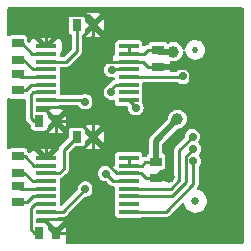
<source format=gbr>
%TF.GenerationSoftware,KiCad,Pcbnew,7.0.5*%
%TF.CreationDate,2023-06-07T11:30:43+03:00*%
%TF.ProjectId,RS232-2__1,52533233-322d-4325-9fb1-312e6b696361,rev?*%
%TF.SameCoordinates,Original*%
%TF.FileFunction,Copper,L1,Top*%
%TF.FilePolarity,Positive*%
%FSLAX46Y46*%
G04 Gerber Fmt 4.6, Leading zero omitted, Abs format (unit mm)*
G04 Created by KiCad (PCBNEW 7.0.5) date 2023-06-07 11:30:43*
%MOMM*%
%LPD*%
G01*
G04 APERTURE LIST*
%TA.AperFunction,SMDPad,CuDef*%
%ADD10R,0.780000X0.980000*%
%TD*%
%TA.AperFunction,SMDPad,CuDef*%
%ADD11R,0.980000X0.780000*%
%TD*%
%TA.AperFunction,SMDPad,CuDef*%
%ADD12R,1.705000X0.450000*%
%TD*%
%TA.AperFunction,ComponentPad*%
%ADD13C,0.675000*%
%TD*%
%TA.AperFunction,ComponentPad*%
%ADD14C,0.525000*%
%TD*%
%TA.AperFunction,ViaPad*%
%ADD15C,0.700000*%
%TD*%
%TA.AperFunction,ViaPad*%
%ADD16C,1.000000*%
%TD*%
%TA.AperFunction,Conductor*%
%ADD17C,0.250000*%
%TD*%
%TA.AperFunction,Conductor*%
%ADD18C,0.500000*%
%TD*%
G04 APERTURE END LIST*
D10*
%TO.P,C9,1*%
%TO.N,GND*%
X109040000Y-97860000D03*
%TO.P,C9,2*%
%TO.N,Net-(IC2-V-)*%
X107640000Y-97860000D03*
%TD*%
D11*
%TO.P,C1,1*%
%TO.N,Net-(IC1-C1-)*%
X105830000Y-83240000D03*
%TO.P,C1,2*%
%TO.N,Net-(IC1-C1+)*%
X105830000Y-81840000D03*
%TD*%
D10*
%TO.P,C7,1*%
%TO.N,GND*%
X112210000Y-89750000D03*
%TO.P,C7,2*%
%TO.N,Net-(IC2-V+)*%
X110810000Y-89750000D03*
%TD*%
D11*
%TO.P,C5,1*%
%TO.N,GND*%
X117500000Y-93260000D03*
%TO.P,C5,2*%
%TO.N,/VCC2*%
X117500000Y-91860000D03*
%TD*%
D10*
%TO.P,C4,1*%
%TO.N,GND*%
X109040000Y-88420000D03*
%TO.P,C4,2*%
%TO.N,Net-(IC1-V-)*%
X107640000Y-88420000D03*
%TD*%
%TO.P,C3,1*%
%TO.N,GND*%
X112210000Y-80280000D03*
%TO.P,C3,2*%
%TO.N,Net-(IC1-V+)*%
X110810000Y-80280000D03*
%TD*%
D11*
%TO.P,C10,1*%
%TO.N,GND*%
X117670000Y-83800000D03*
%TO.P,C10,2*%
%TO.N,/VCC2*%
X117670000Y-82400000D03*
%TD*%
D12*
%TO.P,IC2,1,~{EN}*%
%TO.N,GND*%
X108202000Y-91535000D03*
%TO.P,IC2,2,C1+*%
%TO.N,Net-(IC2-C1+)*%
X108202000Y-92185000D03*
%TO.P,IC2,3,V+*%
%TO.N,Net-(IC2-V+)*%
X108202000Y-92835000D03*
%TO.P,IC2,4,C1-*%
%TO.N,Net-(IC2-C1-)*%
X108202000Y-93485000D03*
%TO.P,IC2,5,C2+*%
%TO.N,Net-(IC2-C2+)*%
X108202000Y-94135000D03*
%TO.P,IC2,6,C2-*%
%TO.N,Net-(IC2-C2-)*%
X108202000Y-94785000D03*
%TO.P,IC2,7,V-*%
%TO.N,Net-(IC2-V-)*%
X108202000Y-95435000D03*
%TO.P,IC2,8,R1IN*%
%TO.N,/RS232_B_RX*%
X108202000Y-96085000D03*
%TO.P,IC2,9,R1OUT*%
%TO.N,/UART_B_TTL_RX*%
X115198000Y-96085000D03*
%TO.P,IC2,10,~{INVALID}*%
%TO.N,unconnected-(IC2-~{INVALID}-Pad10)*%
X115198000Y-95435000D03*
%TO.P,IC2,11,T1IN*%
%TO.N,/UART_B_TTL_TX*%
X115198000Y-94785000D03*
%TO.P,IC2,12,FORCEON*%
%TO.N,/UART_B_FORCEON*%
X115198000Y-94135000D03*
%TO.P,IC2,13,T1OUT*%
%TO.N,/RS232_B_TX*%
X115198000Y-93485000D03*
%TO.P,IC2,14,GND*%
%TO.N,GND*%
X115198000Y-92835000D03*
%TO.P,IC2,15,VCC*%
%TO.N,/VCC2*%
X115198000Y-92185000D03*
%TO.P,IC2,16,~{FORCEOFF}*%
X115198000Y-91535000D03*
%TD*%
D11*
%TO.P,C6,1*%
%TO.N,Net-(IC2-C1-)*%
X105830000Y-92790000D03*
%TO.P,C6,2*%
%TO.N,Net-(IC2-C1+)*%
X105830000Y-91390000D03*
%TD*%
%TO.P,C2,1*%
%TO.N,Net-(IC1-C2-)*%
X105830000Y-85820000D03*
%TO.P,C2,2*%
%TO.N,Net-(IC1-C2+)*%
X105830000Y-84420000D03*
%TD*%
%TO.P,C8,1*%
%TO.N,Net-(IC2-C2-)*%
X105830000Y-95270000D03*
%TO.P,C8,2*%
%TO.N,Net-(IC2-C2+)*%
X105830000Y-93870000D03*
%TD*%
D12*
%TO.P,IC1,1,~{EN}*%
%TO.N,GND*%
X108202000Y-82085000D03*
%TO.P,IC1,2,C1+*%
%TO.N,Net-(IC1-C1+)*%
X108202000Y-82735000D03*
%TO.P,IC1,3,V+*%
%TO.N,Net-(IC1-V+)*%
X108202000Y-83385000D03*
%TO.P,IC1,4,C1-*%
%TO.N,Net-(IC1-C1-)*%
X108202000Y-84035000D03*
%TO.P,IC1,5,C2+*%
%TO.N,Net-(IC1-C2+)*%
X108202000Y-84685000D03*
%TO.P,IC1,6,C2-*%
%TO.N,Net-(IC1-C2-)*%
X108202000Y-85335000D03*
%TO.P,IC1,7,V-*%
%TO.N,Net-(IC1-V-)*%
X108202000Y-85985000D03*
%TO.P,IC1,8,R1IN*%
%TO.N,/RS232_A_RX*%
X108202000Y-86635000D03*
%TO.P,IC1,9,R1OUT*%
%TO.N,/UART_A_TTL_RX*%
X115198000Y-86635000D03*
%TO.P,IC1,10,~{INVALID}*%
%TO.N,unconnected-(IC1-~{INVALID}-Pad10)*%
X115198000Y-85985000D03*
%TO.P,IC1,11,T1IN*%
%TO.N,/UART_A_TTL_TX*%
X115198000Y-85335000D03*
%TO.P,IC1,12,FORCEON*%
%TO.N,/UART_A_FORCEON*%
X115198000Y-84685000D03*
%TO.P,IC1,13,T1OUT*%
%TO.N,/RS232_A_TX*%
X115198000Y-84035000D03*
%TO.P,IC1,14,GND*%
%TO.N,GND*%
X115198000Y-83385000D03*
%TO.P,IC1,15,VCC*%
%TO.N,/VCC2*%
X115198000Y-82735000D03*
%TO.P,IC1,16,~{FORCEOFF}*%
X115198000Y-82085000D03*
%TD*%
D13*
%TO.P,H1,MH1*%
%TO.N,N/C*%
X120840000Y-95180000D03*
D14*
%TO.P,H1,MH2*%
X120840000Y-82380000D03*
%TD*%
D15*
%TO.N,GND*%
X111090000Y-88410000D03*
X112220000Y-81560000D03*
X112200000Y-91710000D03*
D16*
X118586990Y-93136990D03*
X122190000Y-93140000D03*
D15*
X108950000Y-80540000D03*
X108630000Y-90030000D03*
X110790000Y-97850000D03*
%TO.N,/UART_A_TTL_TX*%
X113740000Y-85950000D03*
%TO.N,/UART_A_TTL_RX*%
X115810000Y-87280000D03*
D16*
%TO.N,/VCC2*%
X119335000Y-88245000D03*
X118990000Y-82540000D03*
D15*
%TO.N,/UART_B_TTL_TX*%
X120680000Y-90780000D03*
%TO.N,/UART_B_TTL_RX*%
X120689894Y-91820000D03*
%TO.N,/RS232_B_RX*%
X111535500Y-94170000D03*
%TO.N,/RS232_B_TX*%
X113268056Y-92851944D03*
%TO.N,/RS232_A_RX*%
X111520000Y-86780000D03*
%TO.N,/RS232_A_TX*%
X113765000Y-84059500D03*
%TO.N,/UART_A_FORCEON*%
X119779500Y-84626923D03*
%TO.N,/UART_B_FORCEON*%
X120610000Y-89720000D03*
%TD*%
D17*
%TO.N,GND*%
X110790000Y-97850000D02*
X110800000Y-97860000D01*
X111090000Y-88410000D02*
X109050000Y-88420000D01*
D18*
X118463980Y-93260000D02*
X117500000Y-93260000D01*
D17*
X116425000Y-83385000D02*
X115898000Y-83385000D01*
D18*
X118586990Y-93136990D02*
X118586990Y-90453010D01*
D17*
X112210000Y-83400000D02*
X112210000Y-87305000D01*
X110780000Y-97860000D02*
X110790000Y-97850000D01*
X112210000Y-87305000D02*
X111095000Y-88420000D01*
X112210000Y-83570000D02*
X112230000Y-83590000D01*
X110830000Y-97860000D02*
X112210000Y-96480000D01*
X108950000Y-80550000D02*
X108200000Y-81300000D01*
X115198000Y-92835000D02*
X114205000Y-92835000D01*
D18*
X120579500Y-84295552D02*
X120083948Y-83800000D01*
X118586990Y-93136990D02*
X118463980Y-93260000D01*
D17*
X112210000Y-79890000D02*
X111730000Y-79410000D01*
X108200000Y-81300000D02*
X108200000Y-82083000D01*
X112210000Y-91720000D02*
X112200000Y-91710000D01*
X117500000Y-93260000D02*
X116710000Y-93260000D01*
X108202000Y-90508000D02*
X108630000Y-90080000D01*
X108960000Y-80540000D02*
X108950000Y-80540000D01*
D18*
X120579500Y-88460500D02*
X120579500Y-84295552D01*
D17*
X116840000Y-83800000D02*
X116425000Y-83385000D01*
X108630000Y-90080000D02*
X108630000Y-90030000D01*
X115198000Y-83385000D02*
X112435000Y-83385000D01*
X109040000Y-89670000D02*
X109040000Y-88420000D01*
X108680000Y-90030000D02*
X109040000Y-89670000D01*
X108200000Y-82083000D02*
X108202000Y-82085000D01*
X109040000Y-97860000D02*
X110780000Y-97860000D01*
X114205000Y-92835000D02*
X112210000Y-90840000D01*
X112210000Y-90840000D02*
X112210000Y-89750000D01*
X112210000Y-89750000D02*
X112210000Y-87305000D01*
X108950000Y-80540000D02*
X108950000Y-80550000D01*
D18*
X122190000Y-90071000D02*
X120579500Y-88460500D01*
X118586990Y-90453010D02*
X120579500Y-88460500D01*
D17*
X112210000Y-80280000D02*
X112210000Y-81550000D01*
X112210000Y-81550000D02*
X112220000Y-81560000D01*
X112200000Y-91710000D02*
X112210000Y-91700000D01*
X117670000Y-83800000D02*
X116840000Y-83800000D01*
X112210000Y-81570000D02*
X112210000Y-83570000D01*
X112220000Y-81560000D02*
X112210000Y-81570000D01*
X110800000Y-97860000D02*
X110830000Y-97860000D01*
X108630000Y-90030000D02*
X108680000Y-90030000D01*
D18*
X122190000Y-93140000D02*
X122190000Y-90071000D01*
D17*
X110090000Y-79410000D02*
X108960000Y-80540000D01*
D18*
X120083948Y-83800000D02*
X117670000Y-83800000D01*
D17*
X112435000Y-83385000D02*
X112230000Y-83590000D01*
X116285000Y-92835000D02*
X115198000Y-92835000D01*
X112210000Y-96480000D02*
X112210000Y-91720000D01*
X116710000Y-93260000D02*
X116285000Y-92835000D01*
X111730000Y-79410000D02*
X110090000Y-79410000D01*
X112210000Y-91700000D02*
X112210000Y-90840000D01*
X112210000Y-90700000D02*
X112210000Y-91060000D01*
X108202000Y-91535000D02*
X108202000Y-90508000D01*
X112210000Y-80280000D02*
X112210000Y-79890000D01*
X111095000Y-88420000D02*
X111090000Y-88410000D01*
%TO.N,/UART_A_TTL_TX*%
X113740000Y-85950000D02*
X113740000Y-85715500D01*
X113740000Y-85715500D02*
X114120500Y-85335000D01*
X114120500Y-85335000D02*
X115198000Y-85335000D01*
%TO.N,/UART_A_TTL_RX*%
X115810000Y-87247000D02*
X115198000Y-86635000D01*
X115810000Y-87280000D02*
X115810000Y-87247000D01*
D18*
%TO.N,/VCC2*%
X117500000Y-91860000D02*
X117500000Y-90080000D01*
D17*
X116810000Y-82400000D02*
X117670000Y-82400000D01*
X115198000Y-91535000D02*
X115198000Y-92185000D01*
X116620000Y-91860000D02*
X116295000Y-92185000D01*
X117500000Y-91860000D02*
X116620000Y-91860000D01*
D18*
X117810000Y-82540000D02*
X117670000Y-82400000D01*
D17*
X115198000Y-82085000D02*
X115198000Y-82735000D01*
D18*
X117500000Y-90080000D02*
X119335000Y-88245000D01*
D17*
X115198000Y-82735000D02*
X116475000Y-82735000D01*
X116295000Y-92185000D02*
X115198000Y-92185000D01*
D18*
X118990000Y-82540000D02*
X117810000Y-82540000D01*
D17*
X115898000Y-82085000D02*
X115198000Y-82085000D01*
X116475000Y-82735000D02*
X116810000Y-82400000D01*
%TO.N,/UART_B_TTL_TX*%
X120014894Y-91445106D02*
X120014894Y-93605106D01*
X120014894Y-93605106D02*
X118835000Y-94785000D01*
X120680000Y-90780000D02*
X120014894Y-91445106D01*
X118835000Y-94785000D02*
X115198000Y-94785000D01*
%TO.N,/UART_B_TTL_RX*%
X120689894Y-93740106D02*
X118345000Y-96085000D01*
X120689894Y-91820000D02*
X120689894Y-93740106D01*
X118345000Y-96085000D02*
X115198000Y-96085000D01*
%TO.N,Net-(IC1-C1+)*%
X106140000Y-81840000D02*
X105830000Y-81840000D01*
X108202000Y-82735000D02*
X107035000Y-82735000D01*
X107035000Y-82735000D02*
X106140000Y-81840000D01*
%TO.N,Net-(IC1-C1-)*%
X108202000Y-84035000D02*
X107085000Y-84035000D01*
X106290000Y-83240000D02*
X105830000Y-83240000D01*
X107085000Y-84035000D02*
X106290000Y-83240000D01*
%TO.N,Net-(IC1-C2+)*%
X106095000Y-84685000D02*
X105830000Y-84420000D01*
X108202000Y-84685000D02*
X106095000Y-84685000D01*
%TO.N,Net-(IC1-C2-)*%
X108202000Y-85335000D02*
X106975000Y-85335000D01*
X106490000Y-85820000D02*
X105830000Y-85820000D01*
X106975000Y-85335000D02*
X106490000Y-85820000D01*
%TO.N,Net-(IC1-V+)*%
X108202000Y-83385000D02*
X109925000Y-83385000D01*
X109925000Y-83385000D02*
X110810000Y-82500000D01*
X110810000Y-82500000D02*
X110810000Y-80280000D01*
%TO.N,Net-(IC1-V-)*%
X108202000Y-85985000D02*
X107099500Y-85985000D01*
X107200000Y-88420000D02*
X107640000Y-88420000D01*
X106900000Y-86184500D02*
X106900000Y-88120000D01*
X107099500Y-85985000D02*
X106900000Y-86184500D01*
X106900000Y-88120000D02*
X107200000Y-88420000D01*
%TO.N,Net-(IC2-C1+)*%
X107205000Y-92185000D02*
X106410000Y-91390000D01*
X106410000Y-91390000D02*
X105830000Y-91390000D01*
X108202000Y-92185000D02*
X107205000Y-92185000D01*
%TO.N,Net-(IC2-C1-)*%
X107065000Y-93485000D02*
X106370000Y-92790000D01*
X108202000Y-93485000D02*
X107065000Y-93485000D01*
X106370000Y-92790000D02*
X105830000Y-92790000D01*
%TO.N,Net-(IC2-V+)*%
X109710000Y-90850000D02*
X109710000Y-92429500D01*
X109304500Y-92835000D02*
X108202000Y-92835000D01*
X109710000Y-92429500D02*
X109304500Y-92835000D01*
X110810000Y-89750000D02*
X109710000Y-90850000D01*
%TO.N,Net-(IC2-C2+)*%
X108202000Y-94135000D02*
X106095000Y-94135000D01*
X106095000Y-94135000D02*
X105830000Y-93870000D01*
%TO.N,Net-(IC2-C2-)*%
X106600000Y-95270000D02*
X105830000Y-95270000D01*
X107085000Y-94785000D02*
X106600000Y-95270000D01*
X108202000Y-94785000D02*
X107085000Y-94785000D01*
%TO.N,Net-(IC2-V-)*%
X107255000Y-95435000D02*
X106930000Y-95760000D01*
X107200000Y-97860000D02*
X107640000Y-97860000D01*
X106930000Y-95760000D02*
X106930000Y-97590000D01*
X106930000Y-97590000D02*
X107200000Y-97860000D01*
X108202000Y-95435000D02*
X107255000Y-95435000D01*
%TO.N,/RS232_B_RX*%
X109620500Y-96085000D02*
X108202000Y-96085000D01*
X111535500Y-94170000D02*
X109620500Y-96085000D01*
%TO.N,/RS232_B_TX*%
X113901112Y-93485000D02*
X115198000Y-93485000D01*
X113268056Y-92851944D02*
X113901112Y-93485000D01*
%TO.N,/RS232_A_RX*%
X111520000Y-86780000D02*
X111375000Y-86635000D01*
X111375000Y-86635000D02*
X108202000Y-86635000D01*
%TO.N,/RS232_A_TX*%
X113789500Y-84035000D02*
X115198000Y-84035000D01*
X113765000Y-84059500D02*
X113789500Y-84035000D01*
%TO.N,/UART_A_FORCEON*%
X119721423Y-84685000D02*
X115898000Y-84685000D01*
X119779500Y-84626923D02*
X119721423Y-84685000D01*
%TO.N,/UART_B_FORCEON*%
X120610000Y-89720000D02*
X119500000Y-90830000D01*
X118755000Y-94135000D02*
X115198000Y-94135000D01*
X119500000Y-93390000D02*
X118755000Y-94135000D01*
X119500000Y-90830000D02*
X119500000Y-93390000D01*
%TD*%
%TA.AperFunction,Conductor*%
%TO.N,GND*%
G36*
X124882539Y-78800185D02*
G01*
X124928294Y-78852989D01*
X124939500Y-78904500D01*
X124939500Y-98655500D01*
X124919815Y-98722539D01*
X124867011Y-98768294D01*
X124815500Y-98779500D01*
X109980010Y-98779500D01*
X109912971Y-98759815D01*
X109867216Y-98707011D01*
X109857272Y-98637853D01*
X109871179Y-98596072D01*
X109873352Y-98592091D01*
X109923596Y-98457379D01*
X109923598Y-98457372D01*
X109929999Y-98397844D01*
X109930000Y-98397827D01*
X109930000Y-97323553D01*
X109929999Y-97323552D01*
X109127680Y-98125871D01*
X109066357Y-98159356D01*
X108996665Y-98154372D01*
X108952318Y-98125871D01*
X108366818Y-97540371D01*
X108333333Y-97479048D01*
X108330499Y-97452690D01*
X108330499Y-97325143D01*
X108330499Y-97325136D01*
X108330497Y-97325117D01*
X108327586Y-97300012D01*
X108327585Y-97300010D01*
X108327585Y-97300009D01*
X108282206Y-97197235D01*
X108202765Y-97117794D01*
X108202764Y-97117793D01*
X108099992Y-97072415D01*
X108074868Y-97069500D01*
X108074865Y-97069500D01*
X107479499Y-97069500D01*
X107412460Y-97049815D01*
X107366705Y-96997011D01*
X107355499Y-96945499D01*
X107355499Y-96912442D01*
X108445995Y-96912442D01*
X109040000Y-97506446D01*
X109040001Y-97506446D01*
X109634004Y-96912443D01*
X109634003Y-96912442D01*
X109537379Y-96876403D01*
X109537372Y-96876401D01*
X109477844Y-96870000D01*
X108602155Y-96870000D01*
X108542627Y-96876401D01*
X108542620Y-96876403D01*
X108445995Y-96912442D01*
X107355499Y-96912442D01*
X107355500Y-96734498D01*
X107375185Y-96667459D01*
X107427989Y-96621704D01*
X107479500Y-96610499D01*
X109099356Y-96610499D01*
X109099364Y-96610499D01*
X109099379Y-96610497D01*
X109099382Y-96610497D01*
X109124487Y-96607586D01*
X109124488Y-96607585D01*
X109124491Y-96607585D01*
X109227265Y-96562206D01*
X109242651Y-96546819D01*
X109303975Y-96513334D01*
X109330333Y-96510500D01*
X109687892Y-96510500D01*
X109687893Y-96510500D01*
X109710860Y-96503036D01*
X109729776Y-96498495D01*
X109753626Y-96494719D01*
X109775136Y-96483757D01*
X109793114Y-96476310D01*
X109816081Y-96468849D01*
X109835618Y-96454653D01*
X109852206Y-96444488D01*
X109873720Y-96433528D01*
X109969028Y-96338220D01*
X110027587Y-96279661D01*
X110027599Y-96279647D01*
X111450428Y-94856819D01*
X111511752Y-94823334D01*
X111538110Y-94820500D01*
X111614485Y-94820500D01*
X111767865Y-94782696D01*
X111833621Y-94748184D01*
X111907740Y-94709283D01*
X112025983Y-94604530D01*
X112115720Y-94474523D01*
X112171737Y-94326818D01*
X112190778Y-94170000D01*
X112186899Y-94138049D01*
X112171737Y-94013181D01*
X112132795Y-93910500D01*
X112115720Y-93865477D01*
X112025983Y-93735470D01*
X111907740Y-93630717D01*
X111907738Y-93630716D01*
X111907737Y-93630715D01*
X111767865Y-93557303D01*
X111614486Y-93519500D01*
X111614485Y-93519500D01*
X111456515Y-93519500D01*
X111456514Y-93519500D01*
X111303134Y-93557303D01*
X111163262Y-93630715D01*
X111045016Y-93735471D01*
X110955281Y-93865475D01*
X110955280Y-93865476D01*
X110899262Y-94013181D01*
X110880222Y-94169999D01*
X110880222Y-94172167D01*
X110879773Y-94173694D01*
X110879318Y-94177445D01*
X110878694Y-94177369D01*
X110860537Y-94239206D01*
X110843903Y-94259848D01*
X109566680Y-95537071D01*
X109505357Y-95570556D01*
X109435665Y-95565572D01*
X109379732Y-95523700D01*
X109355315Y-95458236D01*
X109354999Y-95449406D01*
X109354999Y-95165136D01*
X109354997Y-95165117D01*
X109351011Y-95130742D01*
X109352780Y-95130536D01*
X109352782Y-95089460D01*
X109351010Y-95089255D01*
X109352085Y-95079991D01*
X109355000Y-95054865D01*
X109354999Y-94515136D01*
X109354659Y-94512206D01*
X109351011Y-94480742D01*
X109352780Y-94480536D01*
X109352782Y-94439460D01*
X109351010Y-94439255D01*
X109352085Y-94429991D01*
X109355000Y-94404865D01*
X109354999Y-93865136D01*
X109354997Y-93865117D01*
X109351011Y-93830742D01*
X109352780Y-93830536D01*
X109352782Y-93789460D01*
X109351010Y-93789255D01*
X109352085Y-93779991D01*
X109355000Y-93754865D01*
X109354999Y-93361656D01*
X109374683Y-93294618D01*
X109427487Y-93248863D01*
X109435991Y-93245552D01*
X109459134Y-93233759D01*
X109477114Y-93226310D01*
X109500081Y-93218849D01*
X109519618Y-93204653D01*
X109536206Y-93194488D01*
X109557720Y-93183528D01*
X109653028Y-93088220D01*
X109653028Y-93088219D01*
X109889304Y-92851944D01*
X112612778Y-92851944D01*
X112631818Y-93008762D01*
X112661953Y-93088219D01*
X112687836Y-93156467D01*
X112777573Y-93286474D01*
X112895816Y-93391227D01*
X112895818Y-93391228D01*
X113035690Y-93464640D01*
X113189070Y-93502444D01*
X113189071Y-93502444D01*
X113265446Y-93502444D01*
X113332485Y-93522129D01*
X113353127Y-93538763D01*
X113552584Y-93738220D01*
X113647892Y-93833528D01*
X113669412Y-93844493D01*
X113685987Y-93854649D01*
X113705531Y-93868849D01*
X113728493Y-93876309D01*
X113746466Y-93883753D01*
X113767986Y-93894719D01*
X113791836Y-93898495D01*
X113810757Y-93903039D01*
X113832601Y-93910136D01*
X113833719Y-93910500D01*
X113867624Y-93910500D01*
X113921000Y-93910500D01*
X113988039Y-93930185D01*
X114033794Y-93982989D01*
X114045000Y-94034500D01*
X114045000Y-94404856D01*
X114045002Y-94404882D01*
X114048989Y-94439258D01*
X114047226Y-94439462D01*
X114047226Y-94480540D01*
X114048990Y-94480745D01*
X114045000Y-94515131D01*
X114045000Y-95054856D01*
X114045002Y-95054882D01*
X114048989Y-95089258D01*
X114047226Y-95089462D01*
X114047226Y-95130540D01*
X114048990Y-95130745D01*
X114045000Y-95165131D01*
X114045000Y-95704856D01*
X114045002Y-95704882D01*
X114048989Y-95739258D01*
X114047226Y-95739462D01*
X114047226Y-95780540D01*
X114048990Y-95780745D01*
X114045000Y-95815131D01*
X114045000Y-96354856D01*
X114045002Y-96354882D01*
X114047913Y-96379987D01*
X114047915Y-96379991D01*
X114093293Y-96482764D01*
X114093294Y-96482765D01*
X114172735Y-96562206D01*
X114275509Y-96607585D01*
X114300635Y-96610500D01*
X116095364Y-96610499D01*
X116095379Y-96610497D01*
X116095382Y-96610497D01*
X116120487Y-96607586D01*
X116120488Y-96607585D01*
X116120491Y-96607585D01*
X116223265Y-96562206D01*
X116238652Y-96546819D01*
X116299975Y-96513334D01*
X116326333Y-96510500D01*
X118412392Y-96510500D01*
X118412393Y-96510500D01*
X118435360Y-96503036D01*
X118454276Y-96498495D01*
X118478126Y-96494719D01*
X118499636Y-96483757D01*
X118517614Y-96476310D01*
X118540581Y-96468849D01*
X118560118Y-96454653D01*
X118576706Y-96444488D01*
X118598220Y-96433528D01*
X118693528Y-96338220D01*
X118752087Y-96279661D01*
X118752100Y-96279646D01*
X119679771Y-95351975D01*
X119741092Y-95318492D01*
X119810784Y-95323476D01*
X119866717Y-95365348D01*
X119890020Y-95420878D01*
X119890769Y-95425768D01*
X119890771Y-95425777D01*
X119959673Y-95611815D01*
X119959677Y-95611824D01*
X120064616Y-95780184D01*
X120064621Y-95780191D01*
X120175801Y-95897152D01*
X120201309Y-95923986D01*
X120364146Y-96037324D01*
X120546465Y-96115563D01*
X120740801Y-96155500D01*
X120889474Y-96155500D01*
X121037380Y-96140459D01*
X121109478Y-96117838D01*
X121226678Y-96081067D01*
X121400146Y-95984784D01*
X121550682Y-95855553D01*
X121672122Y-95698666D01*
X121759495Y-95520544D01*
X121809224Y-95328480D01*
X121819272Y-95130337D01*
X121789230Y-94934227D01*
X121720325Y-94748180D01*
X121696081Y-94709284D01*
X121615383Y-94579815D01*
X121615378Y-94579808D01*
X121478693Y-94436016D01*
X121478692Y-94436015D01*
X121470037Y-94429991D01*
X121315854Y-94322676D01*
X121315855Y-94322676D01*
X121315853Y-94322675D01*
X121133536Y-94244437D01*
X121071849Y-94231760D01*
X121010145Y-94198983D01*
X120975956Y-94138049D01*
X120980138Y-94068304D01*
X121009128Y-94022619D01*
X121014448Y-94017300D01*
X121014447Y-94017299D01*
X121026434Y-94005312D01*
X121038422Y-93993326D01*
X121049383Y-93971810D01*
X121059552Y-93955218D01*
X121060759Y-93953556D01*
X121073743Y-93935687D01*
X121081204Y-93912720D01*
X121088653Y-93894740D01*
X121099612Y-93873234D01*
X121099612Y-93873233D01*
X121099613Y-93873232D01*
X121103389Y-93849382D01*
X121107930Y-93830466D01*
X121115394Y-93807499D01*
X121115394Y-93672713D01*
X121115394Y-93621359D01*
X121115393Y-93621350D01*
X121115393Y-93007794D01*
X121115393Y-92367903D01*
X121135078Y-92300868D01*
X121157164Y-92275093D01*
X121180377Y-92254530D01*
X121270114Y-92124523D01*
X121326131Y-91976818D01*
X121345172Y-91820000D01*
X121326131Y-91663182D01*
X121270114Y-91515477D01*
X121180377Y-91385470D01*
X121180375Y-91385467D01*
X121175403Y-91379855D01*
X121177029Y-91378414D01*
X121145677Y-91328433D01*
X121146441Y-91258568D01*
X121167259Y-91221419D01*
X121166222Y-91220703D01*
X121170483Y-91214530D01*
X121260220Y-91084523D01*
X121316237Y-90936818D01*
X121335278Y-90780000D01*
X121333196Y-90762848D01*
X121316237Y-90623181D01*
X121285954Y-90543333D01*
X121260220Y-90475477D01*
X121204626Y-90394934D01*
X121170482Y-90345468D01*
X121127488Y-90307380D01*
X121090361Y-90248191D01*
X121091127Y-90178325D01*
X121107661Y-90144129D01*
X121190220Y-90024523D01*
X121246237Y-89876818D01*
X121265278Y-89720000D01*
X121246237Y-89563182D01*
X121190220Y-89415477D01*
X121100483Y-89285470D01*
X120982240Y-89180717D01*
X120982238Y-89180716D01*
X120982237Y-89180715D01*
X120842365Y-89107303D01*
X120688986Y-89069500D01*
X120688985Y-89069500D01*
X120531015Y-89069500D01*
X120531014Y-89069500D01*
X120377634Y-89107303D01*
X120237762Y-89180715D01*
X120119516Y-89285471D01*
X120029781Y-89415475D01*
X120029780Y-89415476D01*
X119973762Y-89563181D01*
X119954722Y-89719999D01*
X119954722Y-89722166D01*
X119954273Y-89723693D01*
X119953818Y-89727445D01*
X119953194Y-89727369D01*
X119935037Y-89789205D01*
X119918403Y-89809847D01*
X119229339Y-90498912D01*
X119151472Y-90576778D01*
X119140510Y-90598293D01*
X119130346Y-90614878D01*
X119116152Y-90634414D01*
X119116151Y-90634417D01*
X119108688Y-90657385D01*
X119101243Y-90675358D01*
X119090280Y-90696873D01*
X119086503Y-90720722D01*
X119081962Y-90739639D01*
X119074500Y-90762604D01*
X119074499Y-90762608D01*
X119074500Y-93162390D01*
X119054815Y-93229429D01*
X119038181Y-93250071D01*
X118701681Y-93586571D01*
X118640358Y-93620056D01*
X118570666Y-93615072D01*
X118514733Y-93573200D01*
X118490316Y-93507736D01*
X118490000Y-93498890D01*
X118490000Y-92822172D01*
X118489999Y-92822155D01*
X118483598Y-92762623D01*
X118447556Y-92665994D01*
X117587680Y-93525871D01*
X117526357Y-93559356D01*
X117456665Y-93554372D01*
X117412318Y-93525871D01*
X117234127Y-93347680D01*
X117200642Y-93286357D01*
X117205626Y-93216665D01*
X117234127Y-93172318D01*
X117819628Y-92586818D01*
X117880951Y-92553333D01*
X117907307Y-92550499D01*
X118034864Y-92550499D01*
X118034879Y-92550497D01*
X118034882Y-92550497D01*
X118059987Y-92547586D01*
X118059988Y-92547585D01*
X118059991Y-92547585D01*
X118162765Y-92502206D01*
X118242206Y-92422765D01*
X118287585Y-92319991D01*
X118290500Y-92294865D01*
X118290499Y-91425136D01*
X118290497Y-91425117D01*
X118287586Y-91400012D01*
X118287585Y-91400010D01*
X118287585Y-91400009D01*
X118242206Y-91297235D01*
X118162765Y-91217794D01*
X118162765Y-91217793D01*
X118162764Y-91217793D01*
X118124411Y-91200858D01*
X118071036Y-91155771D01*
X118050510Y-91088985D01*
X118050500Y-91087425D01*
X118050500Y-90359386D01*
X118070185Y-90292347D01*
X118086814Y-90271710D01*
X119273846Y-89084677D01*
X119335167Y-89051194D01*
X119347630Y-89049141D01*
X119444204Y-89038260D01*
X119514250Y-89030369D01*
X119514253Y-89030368D01*
X119514255Y-89030368D01*
X119684522Y-88970789D01*
X119837262Y-88874816D01*
X119964816Y-88747262D01*
X120060789Y-88594522D01*
X120120368Y-88424255D01*
X120120369Y-88424249D01*
X120140565Y-88245003D01*
X120140565Y-88244996D01*
X120120369Y-88065750D01*
X120120368Y-88065745D01*
X120101803Y-88012690D01*
X120060789Y-87895478D01*
X120053295Y-87883552D01*
X119964815Y-87742737D01*
X119837262Y-87615184D01*
X119684523Y-87519211D01*
X119514254Y-87459631D01*
X119514249Y-87459630D01*
X119335004Y-87439435D01*
X119334996Y-87439435D01*
X119155750Y-87459630D01*
X119155745Y-87459631D01*
X118985476Y-87519211D01*
X118832737Y-87615184D01*
X118705184Y-87742737D01*
X118609211Y-87895476D01*
X118549631Y-88065745D01*
X118549630Y-88065749D01*
X118530859Y-88232356D01*
X118503793Y-88296769D01*
X118495320Y-88306153D01*
X117118146Y-89683327D01*
X117116625Y-89684797D01*
X117068958Y-89729317D01*
X117045956Y-89767139D01*
X117042384Y-89772388D01*
X117015639Y-89807658D01*
X117015636Y-89807663D01*
X117009055Y-89824352D01*
X116999653Y-89843283D01*
X116990327Y-89858619D01*
X116978385Y-89901237D01*
X116976362Y-89907255D01*
X116960122Y-89948440D01*
X116958288Y-89966284D01*
X116954342Y-89987048D01*
X116949501Y-90004328D01*
X116949500Y-90004337D01*
X116949500Y-90048594D01*
X116949175Y-90054939D01*
X116944648Y-90098970D01*
X116944648Y-90098975D01*
X116947697Y-90116656D01*
X116949500Y-90137724D01*
X116949500Y-91087426D01*
X116929815Y-91154465D01*
X116877011Y-91200220D01*
X116875587Y-91200860D01*
X116837234Y-91217794D01*
X116757794Y-91297234D01*
X116729821Y-91360587D01*
X116684735Y-91413963D01*
X116617948Y-91434490D01*
X116616387Y-91434500D01*
X116552604Y-91434500D01*
X116529639Y-91441962D01*
X116510725Y-91446503D01*
X116499550Y-91448273D01*
X116494400Y-91449088D01*
X116425107Y-91440136D01*
X116371654Y-91395141D01*
X116351012Y-91328391D01*
X116350999Y-91326616D01*
X116350999Y-91265143D01*
X116350999Y-91265136D01*
X116350997Y-91265117D01*
X116348086Y-91240012D01*
X116348085Y-91240010D01*
X116348085Y-91240009D01*
X116302706Y-91137235D01*
X116223265Y-91057794D01*
X116186299Y-91041472D01*
X116120492Y-91012415D01*
X116095365Y-91009500D01*
X114300643Y-91009500D01*
X114300617Y-91009502D01*
X114275512Y-91012413D01*
X114275508Y-91012415D01*
X114172735Y-91057793D01*
X114093294Y-91137234D01*
X114047915Y-91240006D01*
X114047915Y-91240008D01*
X114045000Y-91265131D01*
X114045000Y-91804856D01*
X114045002Y-91804882D01*
X114048989Y-91839258D01*
X114047223Y-91839462D01*
X114047223Y-91880541D01*
X114048990Y-91880746D01*
X114045000Y-91915131D01*
X114045000Y-92148303D01*
X114025315Y-92215342D01*
X113995314Y-92247567D01*
X113988317Y-92252804D01*
X113988310Y-92252811D01*
X113903300Y-92366369D01*
X113847366Y-92408239D01*
X113777674Y-92413223D01*
X113721807Y-92384873D01*
X113640296Y-92312661D01*
X113640294Y-92312660D01*
X113640293Y-92312659D01*
X113500421Y-92239247D01*
X113347042Y-92201444D01*
X113347041Y-92201444D01*
X113189071Y-92201444D01*
X113189070Y-92201444D01*
X113035690Y-92239247D01*
X112895818Y-92312659D01*
X112777572Y-92417415D01*
X112687837Y-92547419D01*
X112687836Y-92547420D01*
X112631818Y-92695125D01*
X112612778Y-92851943D01*
X112612778Y-92851944D01*
X109889304Y-92851944D01*
X110034554Y-92706694D01*
X110034554Y-92706693D01*
X110058528Y-92682720D01*
X110069493Y-92661199D01*
X110079650Y-92644625D01*
X110093850Y-92625081D01*
X110101311Y-92602114D01*
X110108760Y-92584133D01*
X110119718Y-92562629D01*
X110119718Y-92562628D01*
X110119718Y-92562627D01*
X110119719Y-92562626D01*
X110123496Y-92538773D01*
X110128035Y-92519866D01*
X110135500Y-92496893D01*
X110135500Y-92362107D01*
X110135500Y-91077609D01*
X110155185Y-91010570D01*
X110171815Y-90989932D01*
X110464190Y-90697556D01*
X111615994Y-90697556D01*
X111712623Y-90733598D01*
X111772155Y-90739999D01*
X111772172Y-90740000D01*
X112647828Y-90740000D01*
X112647844Y-90739999D01*
X112707371Y-90733598D01*
X112804004Y-90697556D01*
X112210001Y-90103553D01*
X112210000Y-90103553D01*
X111615994Y-90697556D01*
X110464190Y-90697556D01*
X110584929Y-90576817D01*
X110646252Y-90543333D01*
X110672610Y-90540499D01*
X111244856Y-90540499D01*
X111244864Y-90540499D01*
X111244879Y-90540497D01*
X111244882Y-90540497D01*
X111269987Y-90537586D01*
X111269988Y-90537585D01*
X111269991Y-90537585D01*
X111372765Y-90492206D01*
X111452206Y-90412765D01*
X111497585Y-90309991D01*
X111500500Y-90284865D01*
X111500499Y-90157306D01*
X111520183Y-90090269D01*
X111536818Y-90069626D01*
X111856444Y-89750001D01*
X112563553Y-89750001D01*
X113099999Y-90286447D01*
X113100000Y-90286446D01*
X113100000Y-89213552D01*
X113099999Y-89213551D01*
X112563553Y-89749999D01*
X112563553Y-89750001D01*
X111856444Y-89750001D01*
X111856446Y-89749999D01*
X111536818Y-89430371D01*
X111503333Y-89369048D01*
X111500499Y-89342690D01*
X111500499Y-89215143D01*
X111500499Y-89215136D01*
X111500497Y-89215117D01*
X111497586Y-89190012D01*
X111497585Y-89190010D01*
X111497585Y-89190009D01*
X111452206Y-89087235D01*
X111372765Y-89007794D01*
X111309802Y-88979993D01*
X111269992Y-88962415D01*
X111244865Y-88959500D01*
X110375143Y-88959500D01*
X110375117Y-88959502D01*
X110350012Y-88962413D01*
X110350008Y-88962415D01*
X110247235Y-89007793D01*
X110167794Y-89087234D01*
X110167434Y-89088051D01*
X110167267Y-89088248D01*
X110166712Y-89089686D01*
X110122415Y-89190009D01*
X110119500Y-89215131D01*
X110119500Y-89787389D01*
X110099815Y-89854428D01*
X110083181Y-89875070D01*
X109361472Y-90596778D01*
X109350510Y-90618293D01*
X109340346Y-90634878D01*
X109326152Y-90654414D01*
X109326151Y-90654417D01*
X109318688Y-90677385D01*
X109311243Y-90695358D01*
X109300280Y-90716873D01*
X109296730Y-90739289D01*
X109266800Y-90802423D01*
X109229627Y-90825568D01*
X108432016Y-91623181D01*
X108370693Y-91656666D01*
X108344335Y-91659500D01*
X108059664Y-91659500D01*
X107992625Y-91639815D01*
X107971983Y-91623181D01*
X107186098Y-90837296D01*
X107107414Y-90866645D01*
X106992309Y-90952813D01*
X106900831Y-91075011D01*
X106898425Y-91073210D01*
X106859623Y-91111983D01*
X106791344Y-91126809D01*
X106725889Y-91102367D01*
X106712557Y-91090809D01*
X106694958Y-91073210D01*
X106687194Y-91065446D01*
X106687193Y-91065446D01*
X106663220Y-91041472D01*
X106663218Y-91041471D01*
X106656558Y-91034810D01*
X106623076Y-90973486D01*
X106621050Y-90958675D01*
X106620912Y-90958692D01*
X106617586Y-90930012D01*
X106617585Y-90930010D01*
X106617585Y-90930009D01*
X106572206Y-90827235D01*
X106554971Y-90810000D01*
X107795197Y-90810000D01*
X108202000Y-91216802D01*
X108608802Y-90810000D01*
X107795197Y-90810000D01*
X106554971Y-90810000D01*
X106492765Y-90747794D01*
X106460614Y-90733598D01*
X106389992Y-90702415D01*
X106364865Y-90699500D01*
X105295143Y-90699500D01*
X105295117Y-90699502D01*
X105270012Y-90702413D01*
X105270008Y-90702415D01*
X105167235Y-90747793D01*
X105167234Y-90747794D01*
X105152181Y-90762848D01*
X105090858Y-90796333D01*
X105021166Y-90791349D01*
X104965233Y-90749477D01*
X104940816Y-90684013D01*
X104940500Y-90675167D01*
X104940500Y-89367556D01*
X108445994Y-89367556D01*
X108542623Y-89403598D01*
X108602155Y-89409999D01*
X108602172Y-89410000D01*
X109477828Y-89410000D01*
X109477844Y-89409999D01*
X109537371Y-89403598D01*
X109634004Y-89367556D01*
X109040001Y-88773553D01*
X109040000Y-88773553D01*
X108445994Y-89367556D01*
X104940500Y-89367556D01*
X104940500Y-86534833D01*
X104960185Y-86467794D01*
X105012989Y-86422039D01*
X105082147Y-86412095D01*
X105145703Y-86441120D01*
X105152181Y-86447152D01*
X105167235Y-86462206D01*
X105270009Y-86507585D01*
X105295135Y-86510500D01*
X106350500Y-86510499D01*
X106417539Y-86530183D01*
X106463294Y-86582987D01*
X106474500Y-86634499D01*
X106474500Y-88187394D01*
X106481962Y-88210358D01*
X106486503Y-88229273D01*
X106489470Y-88248010D01*
X106490281Y-88253127D01*
X106501243Y-88274641D01*
X106508688Y-88292615D01*
X106516150Y-88315580D01*
X106530340Y-88335110D01*
X106540508Y-88351703D01*
X106551470Y-88373218D01*
X106575446Y-88397194D01*
X106844401Y-88666148D01*
X106844404Y-88666152D01*
X106913181Y-88734929D01*
X106946666Y-88796252D01*
X106949500Y-88822609D01*
X106949500Y-88954856D01*
X106949502Y-88954881D01*
X106952414Y-88979988D01*
X106952415Y-88979991D01*
X106997793Y-89082764D01*
X106997793Y-89082765D01*
X106997794Y-89082765D01*
X107077235Y-89162206D01*
X107180009Y-89207585D01*
X107205135Y-89210500D01*
X108074864Y-89210499D01*
X108074879Y-89210497D01*
X108074882Y-89210497D01*
X108099987Y-89207586D01*
X108099988Y-89207585D01*
X108099991Y-89207585D01*
X108202765Y-89162206D01*
X108282206Y-89082765D01*
X108327585Y-88979991D01*
X108330500Y-88954865D01*
X108330499Y-88827306D01*
X108350183Y-88760269D01*
X108366818Y-88739626D01*
X108686445Y-88420000D01*
X109393553Y-88420000D01*
X109929999Y-88956446D01*
X109930000Y-88956446D01*
X109930000Y-88802442D01*
X111615995Y-88802442D01*
X112210000Y-89396447D01*
X112210001Y-89396447D01*
X112804003Y-88802442D01*
X112707379Y-88766403D01*
X112707372Y-88766401D01*
X112647844Y-88760000D01*
X111772155Y-88760000D01*
X111712627Y-88766401D01*
X111712620Y-88766403D01*
X111615995Y-88802442D01*
X109930000Y-88802442D01*
X109930000Y-87883553D01*
X109929999Y-87883552D01*
X109393553Y-88419999D01*
X109393553Y-88420000D01*
X108686445Y-88420000D01*
X108686446Y-88419999D01*
X108366818Y-88100371D01*
X108333333Y-88039048D01*
X108330499Y-88012690D01*
X108330499Y-87885143D01*
X108330499Y-87885136D01*
X108330497Y-87885117D01*
X108327586Y-87860012D01*
X108327585Y-87860010D01*
X108327585Y-87860009D01*
X108282206Y-87757235D01*
X108202765Y-87677794D01*
X108202764Y-87677793D01*
X108099992Y-87632415D01*
X108074868Y-87629500D01*
X108074865Y-87629500D01*
X107449500Y-87629500D01*
X107382461Y-87609815D01*
X107336706Y-87557011D01*
X107325500Y-87505500D01*
X107325500Y-87472442D01*
X108445995Y-87472442D01*
X109040000Y-88066446D01*
X109040001Y-88066446D01*
X109634004Y-87472443D01*
X109634003Y-87472442D01*
X109537379Y-87436403D01*
X109537372Y-87436401D01*
X109477844Y-87430000D01*
X108602155Y-87430000D01*
X108542627Y-87436401D01*
X108542620Y-87436403D01*
X108445995Y-87472442D01*
X107325500Y-87472442D01*
X107325500Y-87284499D01*
X107345185Y-87217460D01*
X107397989Y-87171705D01*
X107449500Y-87160499D01*
X109099356Y-87160499D01*
X109099364Y-87160499D01*
X109099379Y-87160497D01*
X109099382Y-87160497D01*
X109124487Y-87157586D01*
X109124488Y-87157585D01*
X109124491Y-87157585D01*
X109227265Y-87112206D01*
X109242651Y-87096818D01*
X109303975Y-87063334D01*
X109330333Y-87060500D01*
X110858118Y-87060500D01*
X110925157Y-87080185D01*
X110960167Y-87114059D01*
X111029517Y-87214530D01*
X111147760Y-87319283D01*
X111147762Y-87319284D01*
X111287634Y-87392696D01*
X111441014Y-87430500D01*
X111441015Y-87430500D01*
X111598985Y-87430500D01*
X111752365Y-87392696D01*
X111752364Y-87392696D01*
X111892240Y-87319283D01*
X112010483Y-87214530D01*
X112100220Y-87084523D01*
X112156237Y-86936818D01*
X112175278Y-86780000D01*
X112156237Y-86623182D01*
X112100220Y-86475477D01*
X112010483Y-86345470D01*
X111892240Y-86240717D01*
X111892238Y-86240716D01*
X111892237Y-86240715D01*
X111752365Y-86167303D01*
X111598986Y-86129500D01*
X111598985Y-86129500D01*
X111441015Y-86129500D01*
X111441014Y-86129500D01*
X111287636Y-86167303D01*
X111287635Y-86167303D01*
X111234301Y-86195296D01*
X111176675Y-86209500D01*
X109479000Y-86209500D01*
X109411961Y-86189815D01*
X109366206Y-86137011D01*
X109355000Y-86085500D01*
X109355000Y-85950000D01*
X113084722Y-85950000D01*
X113103762Y-86106818D01*
X113137318Y-86195296D01*
X113159780Y-86254523D01*
X113249517Y-86384530D01*
X113367760Y-86489283D01*
X113367762Y-86489284D01*
X113507634Y-86562696D01*
X113661014Y-86600500D01*
X113661015Y-86600500D01*
X113818985Y-86600500D01*
X113891325Y-86582670D01*
X113961128Y-86585739D01*
X114018190Y-86626059D01*
X114044395Y-86690829D01*
X114045000Y-86703066D01*
X114045000Y-86904856D01*
X114045002Y-86904882D01*
X114047913Y-86929987D01*
X114047915Y-86929991D01*
X114093293Y-87032764D01*
X114093294Y-87032765D01*
X114172735Y-87112206D01*
X114275509Y-87157585D01*
X114300635Y-87160500D01*
X115030722Y-87160499D01*
X115097761Y-87180183D01*
X115143516Y-87232987D01*
X115152167Y-87272755D01*
X115153818Y-87272555D01*
X115173762Y-87436818D01*
X115205010Y-87519211D01*
X115229780Y-87584523D01*
X115319517Y-87714530D01*
X115437760Y-87819283D01*
X115437762Y-87819284D01*
X115577634Y-87892696D01*
X115731014Y-87930500D01*
X115731015Y-87930500D01*
X115888985Y-87930500D01*
X116042365Y-87892696D01*
X116104644Y-87860009D01*
X116182240Y-87819283D01*
X116300483Y-87714530D01*
X116390220Y-87584523D01*
X116446237Y-87436818D01*
X116465278Y-87280000D01*
X116446237Y-87123182D01*
X116442777Y-87114060D01*
X116411946Y-87032764D01*
X116390220Y-86975477D01*
X116390218Y-86975475D01*
X116390218Y-86975473D01*
X116372950Y-86950457D01*
X116351066Y-86884102D01*
X116350999Y-86880074D01*
X116350999Y-86365136D01*
X116350997Y-86365117D01*
X116347011Y-86330742D01*
X116348780Y-86330536D01*
X116348782Y-86289460D01*
X116347010Y-86289255D01*
X116348085Y-86279991D01*
X116351000Y-86254865D01*
X116350999Y-85715136D01*
X116350997Y-85715117D01*
X116347011Y-85680742D01*
X116348780Y-85680536D01*
X116348782Y-85639460D01*
X116347010Y-85639255D01*
X116348085Y-85629991D01*
X116351000Y-85604865D01*
X116350999Y-85234499D01*
X116370683Y-85167461D01*
X116423487Y-85121706D01*
X116474999Y-85110500D01*
X119297354Y-85110500D01*
X119364393Y-85130185D01*
X119379572Y-85141677D01*
X119407260Y-85166206D01*
X119407265Y-85166208D01*
X119407267Y-85166210D01*
X119547134Y-85239619D01*
X119700514Y-85277423D01*
X119700515Y-85277423D01*
X119858485Y-85277423D01*
X120011865Y-85239619D01*
X120021618Y-85234500D01*
X120151740Y-85166206D01*
X120269983Y-85061453D01*
X120359720Y-84931446D01*
X120415737Y-84783741D01*
X120434778Y-84626923D01*
X120415737Y-84470105D01*
X120359720Y-84322400D01*
X120269983Y-84192393D01*
X120151740Y-84087640D01*
X120151738Y-84087639D01*
X120151737Y-84087638D01*
X120011865Y-84014226D01*
X119858486Y-83976423D01*
X119858485Y-83976423D01*
X119700515Y-83976423D01*
X119700514Y-83976423D01*
X119547134Y-84014226D01*
X119407262Y-84087638D01*
X119289016Y-84192393D01*
X119283258Y-84200735D01*
X119279667Y-84205938D01*
X119225387Y-84249929D01*
X119177617Y-84259500D01*
X118784000Y-84259500D01*
X118716961Y-84239815D01*
X118671206Y-84187011D01*
X118660000Y-84135500D01*
X118660000Y-83446452D01*
X118679685Y-83379413D01*
X118732489Y-83333658D01*
X118801647Y-83323714D01*
X118810265Y-83325314D01*
X118989996Y-83345565D01*
X118990000Y-83345565D01*
X118990004Y-83345565D01*
X119169249Y-83325369D01*
X119169252Y-83325368D01*
X119169255Y-83325368D01*
X119339522Y-83265789D01*
X119492262Y-83169816D01*
X119619816Y-83042262D01*
X119715789Y-82889522D01*
X119775368Y-82719255D01*
X119778036Y-82695581D01*
X119790968Y-82580802D01*
X119818034Y-82516388D01*
X119875629Y-82476833D01*
X119945466Y-82474695D01*
X120005372Y-82510653D01*
X120033668Y-82561512D01*
X120068605Y-82687348D01*
X120068608Y-82687354D01*
X120152714Y-82845993D01*
X120256986Y-82968751D01*
X120268956Y-82982843D01*
X120411901Y-83091507D01*
X120574862Y-83166901D01*
X120574863Y-83166901D01*
X120574865Y-83166902D01*
X120628065Y-83178611D01*
X120750221Y-83205500D01*
X120750224Y-83205500D01*
X120884755Y-83205500D01*
X120884760Y-83205500D01*
X121018505Y-83190954D01*
X121188662Y-83133622D01*
X121342517Y-83041050D01*
X121472875Y-82917569D01*
X121573640Y-82768951D01*
X121640101Y-82602147D01*
X121669150Y-82424955D01*
X121659429Y-82245661D01*
X121659428Y-82245656D01*
X121611394Y-82072651D01*
X121611391Y-82072645D01*
X121527285Y-81914006D01*
X121411044Y-81777157D01*
X121381413Y-81754632D01*
X121268099Y-81668493D01*
X121105138Y-81593099D01*
X121105134Y-81593097D01*
X120929779Y-81554500D01*
X120795240Y-81554500D01*
X120795238Y-81554500D01*
X120661496Y-81569045D01*
X120661489Y-81569047D01*
X120491339Y-81626377D01*
X120491336Y-81626379D01*
X120337482Y-81718950D01*
X120207123Y-81842431D01*
X120106358Y-81991051D01*
X120106357Y-81991053D01*
X120039898Y-82157852D01*
X120011565Y-82330676D01*
X119981294Y-82393648D01*
X119921783Y-82430257D01*
X119851927Y-82428881D01*
X119793905Y-82389956D01*
X119772157Y-82351569D01*
X119762423Y-82323752D01*
X119715789Y-82190478D01*
X119619816Y-82037738D01*
X119492262Y-81910184D01*
X119339523Y-81814211D01*
X119169254Y-81754631D01*
X119169249Y-81754630D01*
X118990004Y-81734435D01*
X118989996Y-81734435D01*
X118810750Y-81754630D01*
X118810745Y-81754631D01*
X118640476Y-81814211D01*
X118569881Y-81858570D01*
X118502645Y-81877570D01*
X118435809Y-81857202D01*
X118416228Y-81841257D01*
X118332765Y-81757794D01*
X118229992Y-81712415D01*
X118204865Y-81709500D01*
X117135143Y-81709500D01*
X117135117Y-81709502D01*
X117110012Y-81712413D01*
X117110008Y-81712415D01*
X117007235Y-81757793D01*
X116927794Y-81837234D01*
X116899821Y-81900587D01*
X116854735Y-81953963D01*
X116787948Y-81974490D01*
X116786387Y-81974500D01*
X116742607Y-81974500D01*
X116742605Y-81974500D01*
X116742601Y-81974501D01*
X116719642Y-81981961D01*
X116700724Y-81986503D01*
X116676878Y-81990279D01*
X116676870Y-81990282D01*
X116655352Y-82001245D01*
X116637389Y-82008686D01*
X116614418Y-82016150D01*
X116594887Y-82030341D01*
X116578301Y-82040505D01*
X116556782Y-82051469D01*
X116548888Y-82057206D01*
X116546758Y-82054274D01*
X116501297Y-82079069D01*
X116431607Y-82074050D01*
X116375695Y-82032151D01*
X116351311Y-81966674D01*
X116350999Y-81957890D01*
X116350999Y-81815143D01*
X116350999Y-81815136D01*
X116350892Y-81814211D01*
X116348086Y-81790012D01*
X116348085Y-81790010D01*
X116348085Y-81790009D01*
X116302706Y-81687235D01*
X116223265Y-81607794D01*
X116189984Y-81593099D01*
X116120492Y-81562415D01*
X116095365Y-81559500D01*
X114300643Y-81559500D01*
X114300617Y-81559502D01*
X114275512Y-81562413D01*
X114275508Y-81562415D01*
X114172735Y-81607793D01*
X114093294Y-81687234D01*
X114047915Y-81790006D01*
X114047915Y-81790008D01*
X114045000Y-81815131D01*
X114045000Y-82354856D01*
X114045002Y-82354882D01*
X114048989Y-82389258D01*
X114047226Y-82389462D01*
X114047226Y-82430540D01*
X114048990Y-82430745D01*
X114045000Y-82465131D01*
X114045000Y-82698303D01*
X114025315Y-82765342D01*
X113995314Y-82797567D01*
X113988317Y-82802804D01*
X113988308Y-82802814D01*
X113902149Y-82917906D01*
X113902145Y-82917913D01*
X113851903Y-83052620D01*
X113851901Y-83052627D01*
X113845500Y-83112155D01*
X113845500Y-83285000D01*
X113825815Y-83352039D01*
X113773011Y-83397794D01*
X113721500Y-83409000D01*
X113686014Y-83409000D01*
X113532634Y-83446803D01*
X113392762Y-83520215D01*
X113274516Y-83624971D01*
X113184781Y-83754975D01*
X113184780Y-83754976D01*
X113128762Y-83902681D01*
X113109722Y-84059499D01*
X113109722Y-84059500D01*
X113128762Y-84216318D01*
X113171873Y-84329991D01*
X113184780Y-84364023D01*
X113274517Y-84494030D01*
X113392760Y-84598783D01*
X113392762Y-84598784D01*
X113532634Y-84672196D01*
X113686014Y-84710000D01*
X113686015Y-84710000D01*
X113843986Y-84710000D01*
X113843986Y-84709999D01*
X113891324Y-84698332D01*
X113961126Y-84701400D01*
X114018188Y-84741719D01*
X114044394Y-84806488D01*
X114045000Y-84818728D01*
X114045000Y-84819931D01*
X114025315Y-84886970D01*
X113977295Y-84930416D01*
X113965859Y-84936243D01*
X113947886Y-84943688D01*
X113924918Y-84951151D01*
X113924916Y-84951152D01*
X113905384Y-84965343D01*
X113888799Y-84975506D01*
X113867282Y-84986469D01*
X113867280Y-84986471D01*
X113843305Y-85010447D01*
X113539527Y-85314224D01*
X113509473Y-85336338D01*
X113367761Y-85410716D01*
X113249516Y-85515471D01*
X113159781Y-85645475D01*
X113159780Y-85645476D01*
X113103762Y-85793181D01*
X113084722Y-85949999D01*
X113084722Y-85950000D01*
X109355000Y-85950000D01*
X109354999Y-85715143D01*
X109354999Y-85715136D01*
X109354997Y-85715117D01*
X109351011Y-85680742D01*
X109352780Y-85680536D01*
X109352782Y-85639460D01*
X109351010Y-85639255D01*
X109352085Y-85629991D01*
X109355000Y-85604865D01*
X109354999Y-85065136D01*
X109354572Y-85061451D01*
X109351011Y-85030742D01*
X109352780Y-85030536D01*
X109352782Y-84989460D01*
X109351010Y-84989255D01*
X109353784Y-84965343D01*
X109355000Y-84954865D01*
X109354999Y-84415136D01*
X109354997Y-84415117D01*
X109351011Y-84380742D01*
X109352776Y-84380537D01*
X109352779Y-84339461D01*
X109351010Y-84339256D01*
X109352085Y-84329991D01*
X109355000Y-84304865D01*
X109354999Y-83934499D01*
X109374683Y-83867461D01*
X109427487Y-83821706D01*
X109478999Y-83810500D01*
X109992392Y-83810500D01*
X109992393Y-83810500D01*
X110015360Y-83803036D01*
X110034276Y-83798495D01*
X110058126Y-83794719D01*
X110079636Y-83783757D01*
X110097614Y-83776310D01*
X110120581Y-83768849D01*
X110140118Y-83754653D01*
X110156706Y-83744488D01*
X110178220Y-83733528D01*
X110273528Y-83638220D01*
X110273528Y-83638219D01*
X111134554Y-82777194D01*
X111134553Y-82777193D01*
X111158524Y-82753224D01*
X111158524Y-82753223D01*
X111158528Y-82753220D01*
X111169489Y-82731704D01*
X111179658Y-82715112D01*
X111180865Y-82713450D01*
X111193849Y-82695581D01*
X111201310Y-82672614D01*
X111208759Y-82654634D01*
X111219718Y-82633128D01*
X111219718Y-82633127D01*
X111219719Y-82633126D01*
X111223495Y-82609276D01*
X111228036Y-82590360D01*
X111235500Y-82567393D01*
X111235500Y-82432607D01*
X111235500Y-81227556D01*
X111615994Y-81227556D01*
X111712623Y-81263598D01*
X111772155Y-81269999D01*
X111772172Y-81270000D01*
X112647828Y-81270000D01*
X112647844Y-81269999D01*
X112707371Y-81263598D01*
X112804004Y-81227556D01*
X112210001Y-80633553D01*
X112210000Y-80633553D01*
X111615994Y-81227556D01*
X111235500Y-81227556D01*
X111235500Y-81163612D01*
X111255185Y-81096573D01*
X111307989Y-81050818D01*
X111309280Y-81050236D01*
X111372765Y-81022206D01*
X111452206Y-80942765D01*
X111497585Y-80839991D01*
X111500500Y-80814865D01*
X111500499Y-80687306D01*
X111520183Y-80620269D01*
X111536818Y-80599626D01*
X111856445Y-80280000D01*
X112563553Y-80280000D01*
X113099999Y-80816447D01*
X113100000Y-80816446D01*
X113100000Y-79743553D01*
X113099999Y-79743552D01*
X112563553Y-80279999D01*
X112563553Y-80280000D01*
X111856445Y-80280000D01*
X111856446Y-80279999D01*
X111536818Y-79960371D01*
X111503333Y-79899048D01*
X111500499Y-79872690D01*
X111500499Y-79745143D01*
X111500499Y-79745136D01*
X111500497Y-79745117D01*
X111497586Y-79720012D01*
X111497585Y-79720010D01*
X111497585Y-79720009D01*
X111452206Y-79617235D01*
X111372765Y-79537794D01*
X111372764Y-79537793D01*
X111269992Y-79492415D01*
X111244865Y-79489500D01*
X110375143Y-79489500D01*
X110375117Y-79489502D01*
X110350012Y-79492413D01*
X110350008Y-79492415D01*
X110247235Y-79537793D01*
X110167794Y-79617234D01*
X110122415Y-79720006D01*
X110122415Y-79720008D01*
X110119500Y-79745131D01*
X110119500Y-80814856D01*
X110119502Y-80814882D01*
X110122413Y-80839987D01*
X110122415Y-80839991D01*
X110167793Y-80942764D01*
X110247235Y-81022206D01*
X110310585Y-81050178D01*
X110363962Y-81095264D01*
X110384489Y-81162050D01*
X110384499Y-81163612D01*
X110384499Y-82272390D01*
X110364814Y-82339429D01*
X110348180Y-82360071D01*
X109785071Y-82923181D01*
X109723748Y-82956666D01*
X109697390Y-82959500D01*
X109479000Y-82959500D01*
X109411961Y-82939815D01*
X109366206Y-82887011D01*
X109355000Y-82835502D01*
X109355000Y-82805135D01*
X109354999Y-82771695D01*
X109374683Y-82704658D01*
X109404694Y-82672425D01*
X109411688Y-82667189D01*
X109497852Y-82552088D01*
X109497854Y-82552086D01*
X109548096Y-82417379D01*
X109548098Y-82417372D01*
X109554499Y-82357844D01*
X109554500Y-82357827D01*
X109554500Y-81812172D01*
X109554499Y-81812155D01*
X109548098Y-81752627D01*
X109548096Y-81752620D01*
X109497854Y-81617913D01*
X109497850Y-81617906D01*
X109411690Y-81502813D01*
X109296585Y-81416645D01*
X109217899Y-81387296D01*
X108432016Y-82173181D01*
X108370693Y-82206666D01*
X108344335Y-82209500D01*
X108059664Y-82209500D01*
X107992625Y-82189815D01*
X107971983Y-82173181D01*
X107186098Y-81387296D01*
X107107414Y-81416645D01*
X106992309Y-81502813D01*
X106906149Y-81617906D01*
X106906143Y-81617917D01*
X106868581Y-81718624D01*
X106826710Y-81774558D01*
X106761245Y-81798974D01*
X106692972Y-81784122D01*
X106664719Y-81762971D01*
X106656818Y-81755070D01*
X106623333Y-81693747D01*
X106620499Y-81667389D01*
X106620499Y-81405143D01*
X106620499Y-81405136D01*
X106620497Y-81405117D01*
X106617586Y-81380012D01*
X106617585Y-81380010D01*
X106617585Y-81380009D01*
X106608750Y-81360000D01*
X107795197Y-81360000D01*
X108201999Y-81766802D01*
X108608802Y-81360000D01*
X107795197Y-81360000D01*
X106608750Y-81360000D01*
X106572206Y-81277235D01*
X106492765Y-81197794D01*
X106492764Y-81197793D01*
X106389992Y-81152415D01*
X106364865Y-81149500D01*
X105295143Y-81149500D01*
X105295117Y-81149502D01*
X105270012Y-81152413D01*
X105270008Y-81152415D01*
X105167235Y-81197793D01*
X105167234Y-81197794D01*
X105152181Y-81212848D01*
X105090858Y-81246333D01*
X105021166Y-81241349D01*
X104965233Y-81199477D01*
X104940816Y-81134013D01*
X104940500Y-81125167D01*
X104940500Y-79332442D01*
X111615995Y-79332442D01*
X112210000Y-79926446D01*
X112210001Y-79926446D01*
X112804004Y-79332443D01*
X112804003Y-79332442D01*
X112707379Y-79296403D01*
X112707372Y-79296401D01*
X112647844Y-79290000D01*
X111772155Y-79290000D01*
X111712627Y-79296401D01*
X111712620Y-79296403D01*
X111615995Y-79332442D01*
X104940500Y-79332442D01*
X104940500Y-78904500D01*
X104960185Y-78837461D01*
X105012989Y-78791706D01*
X105064500Y-78780500D01*
X124815500Y-78780500D01*
X124882539Y-78800185D01*
G37*
%TD.AperFunction*%
%TD*%
M02*

</source>
